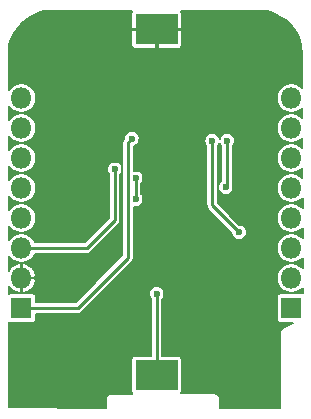
<source format=gtl>
%TF.GenerationSoftware,KiCad,Pcbnew,(5.1.7)-1*%
%TF.CreationDate,2021-01-11T00:33:50-05:00*%
%TF.ProjectId,d1_mini_clock,64315f6d-696e-4695-9f63-6c6f636b2e6b,rev?*%
%TF.SameCoordinates,Original*%
%TF.FileFunction,Copper,L1,Top*%
%TF.FilePolarity,Positive*%
%FSLAX46Y46*%
G04 Gerber Fmt 4.6, Leading zero omitted, Abs format (unit mm)*
G04 Created by KiCad (PCBNEW (5.1.7)-1) date 2021-01-11 00:33:51*
%MOMM*%
%LPD*%
G01*
G04 APERTURE LIST*
%TA.AperFunction,ComponentPad*%
%ADD10R,1.800000X1.800000*%
%TD*%
%TA.AperFunction,ComponentPad*%
%ADD11O,1.800000X1.800000*%
%TD*%
%TA.AperFunction,SMDPad,CuDef*%
%ADD12R,3.600000X2.600000*%
%TD*%
%TA.AperFunction,ViaPad*%
%ADD13C,0.600000*%
%TD*%
%TA.AperFunction,Conductor*%
%ADD14C,0.250000*%
%TD*%
%TA.AperFunction,Conductor*%
%ADD15C,0.203200*%
%TD*%
%TA.AperFunction,Conductor*%
%ADD16C,0.100000*%
%TD*%
G04 APERTURE END LIST*
D10*
%TO.P,P1,1*%
%TO.N,VCC*%
X127490000Y-103950000D03*
D11*
%TO.P,P1,2*%
%TO.N,GND*%
X127490000Y-101410000D03*
%TO.P,P1,3*%
%TO.N,/D4*%
X127490000Y-98870000D03*
%TO.P,P1,4*%
%TO.N,N/C*%
X127490000Y-96330000D03*
%TO.P,P1,5*%
%TO.N,/SDA*%
X127490000Y-93790000D03*
%TO.P,P1,6*%
%TO.N,/SCL*%
X127490000Y-91250000D03*
%TO.P,P1,7*%
%TO.N,N/C*%
X127490000Y-88710000D03*
%TO.P,P1,8*%
X127490000Y-86170000D03*
%TD*%
D10*
%TO.P,P2,1*%
%TO.N,/+3.3V*%
X150350000Y-103950000D03*
D11*
%TO.P,P2,2*%
%TO.N,N/C*%
X150350000Y-101410000D03*
%TO.P,P2,3*%
X150350000Y-98870000D03*
%TO.P,P2,4*%
X150350000Y-96330000D03*
%TO.P,P2,5*%
X150350000Y-93790000D03*
%TO.P,P2,6*%
X150350000Y-91250000D03*
%TO.P,P2,7*%
X150350000Y-88710000D03*
%TO.P,P2,8*%
X150350000Y-86170000D03*
%TD*%
D12*
%TO.P,BT1,2*%
%TO.N,GND*%
X138938000Y-80346000D03*
%TO.P,BT1,1*%
%TO.N,Net-(BT1-Pad1)*%
X138938000Y-109646000D03*
%TD*%
D13*
%TO.N,/D4*%
X135382000Y-92202004D03*
%TO.N,/+3.3V*%
X143637000Y-89789000D03*
X145923000Y-97536000D03*
%TO.N,GND*%
X138938000Y-82931000D03*
X135382000Y-90424000D03*
X138049000Y-86360000D03*
X142875000Y-85344000D03*
X131953000Y-102108000D03*
X145923000Y-102108000D03*
%TO.N,Net-(BT1-Pad1)*%
X138938000Y-102743000D03*
%TO.N,VCC*%
X136840000Y-89601000D03*
%TO.N,/SDA*%
X144780000Y-93726000D03*
X144907000Y-89789000D03*
%TO.N,/SCL*%
X137160000Y-94742000D03*
X137160000Y-92963996D03*
%TD*%
D14*
%TO.N,/D4*%
X133032000Y-98870000D02*
X135382000Y-96520000D01*
X135382000Y-96520000D02*
X135382000Y-92202004D01*
X127490000Y-98870000D02*
X133032000Y-98870000D01*
%TO.N,/+3.3V*%
X143637000Y-89789000D02*
X143637000Y-95250000D01*
X143637000Y-95250000D02*
X145923000Y-97536000D01*
%TO.N,GND*%
X138938000Y-80346000D02*
X138938000Y-82931000D01*
%TO.N,Net-(BT1-Pad1)*%
X138938000Y-102743000D02*
X138938000Y-109646000D01*
%TO.N,VCC*%
X127490000Y-103950000D02*
X132270000Y-103950000D01*
X132270000Y-103950000D02*
X136525000Y-99695000D01*
X136525000Y-89916000D02*
X136840000Y-89601000D01*
X136525000Y-99695000D02*
X136525000Y-89916000D01*
%TO.N,/SDA*%
X144907000Y-93599000D02*
X144907000Y-89789000D01*
X144780000Y-93726000D02*
X144907000Y-93599000D01*
%TO.N,/SCL*%
X137160000Y-94742000D02*
X137160000Y-92963996D01*
%TD*%
D15*
%TO.N,GND*%
X148819535Y-79005282D02*
X149369293Y-79271177D01*
X149865944Y-79590607D01*
X150300623Y-79975126D01*
X150667298Y-80439535D01*
X150959756Y-81003730D01*
X151167545Y-81690753D01*
X151275508Y-82524570D01*
X151278603Y-85322917D01*
X151150398Y-85194712D01*
X150944749Y-85057302D01*
X150716245Y-84962652D01*
X150473666Y-84914400D01*
X150226334Y-84914400D01*
X149983755Y-84962652D01*
X149755251Y-85057302D01*
X149549602Y-85194712D01*
X149374712Y-85369602D01*
X149237302Y-85575251D01*
X149142652Y-85803755D01*
X149094400Y-86046334D01*
X149094400Y-86293666D01*
X149142652Y-86536245D01*
X149237302Y-86764749D01*
X149374712Y-86970398D01*
X149549602Y-87145288D01*
X149755251Y-87282698D01*
X149983755Y-87377348D01*
X150226334Y-87425600D01*
X150473666Y-87425600D01*
X150716245Y-87377348D01*
X150944749Y-87282698D01*
X151150398Y-87145288D01*
X151280475Y-87015211D01*
X151281416Y-87865730D01*
X151150398Y-87734712D01*
X150944749Y-87597302D01*
X150716245Y-87502652D01*
X150473666Y-87454400D01*
X150226334Y-87454400D01*
X149983755Y-87502652D01*
X149755251Y-87597302D01*
X149549602Y-87734712D01*
X149374712Y-87909602D01*
X149237302Y-88115251D01*
X149142652Y-88343755D01*
X149094400Y-88586334D01*
X149094400Y-88833666D01*
X149142652Y-89076245D01*
X149237302Y-89304749D01*
X149374712Y-89510398D01*
X149549602Y-89685288D01*
X149755251Y-89822698D01*
X149983755Y-89917348D01*
X150226334Y-89965600D01*
X150473666Y-89965600D01*
X150716245Y-89917348D01*
X150944749Y-89822698D01*
X151150398Y-89685288D01*
X151283281Y-89552405D01*
X151284228Y-90408542D01*
X151150398Y-90274712D01*
X150944749Y-90137302D01*
X150716245Y-90042652D01*
X150473666Y-89994400D01*
X150226334Y-89994400D01*
X149983755Y-90042652D01*
X149755251Y-90137302D01*
X149549602Y-90274712D01*
X149374712Y-90449602D01*
X149237302Y-90655251D01*
X149142652Y-90883755D01*
X149094400Y-91126334D01*
X149094400Y-91373666D01*
X149142652Y-91616245D01*
X149237302Y-91844749D01*
X149374712Y-92050398D01*
X149549602Y-92225288D01*
X149755251Y-92362698D01*
X149983755Y-92457348D01*
X150226334Y-92505600D01*
X150473666Y-92505600D01*
X150716245Y-92457348D01*
X150944749Y-92362698D01*
X151150398Y-92225288D01*
X151286087Y-92089599D01*
X151287041Y-92951355D01*
X151150398Y-92814712D01*
X150944749Y-92677302D01*
X150716245Y-92582652D01*
X150473666Y-92534400D01*
X150226334Y-92534400D01*
X149983755Y-92582652D01*
X149755251Y-92677302D01*
X149549602Y-92814712D01*
X149374712Y-92989602D01*
X149237302Y-93195251D01*
X149142652Y-93423755D01*
X149094400Y-93666334D01*
X149094400Y-93913666D01*
X149142652Y-94156245D01*
X149237302Y-94384749D01*
X149374712Y-94590398D01*
X149549602Y-94765288D01*
X149755251Y-94902698D01*
X149983755Y-94997348D01*
X150226334Y-95045600D01*
X150473666Y-95045600D01*
X150716245Y-94997348D01*
X150944749Y-94902698D01*
X151150398Y-94765288D01*
X151288894Y-94626792D01*
X151289853Y-95494167D01*
X151150398Y-95354712D01*
X150944749Y-95217302D01*
X150716245Y-95122652D01*
X150473666Y-95074400D01*
X150226334Y-95074400D01*
X149983755Y-95122652D01*
X149755251Y-95217302D01*
X149549602Y-95354712D01*
X149374712Y-95529602D01*
X149237302Y-95735251D01*
X149142652Y-95963755D01*
X149094400Y-96206334D01*
X149094400Y-96453666D01*
X149142652Y-96696245D01*
X149237302Y-96924749D01*
X149374712Y-97130398D01*
X149549602Y-97305288D01*
X149755251Y-97442698D01*
X149983755Y-97537348D01*
X150226334Y-97585600D01*
X150473666Y-97585600D01*
X150716245Y-97537348D01*
X150944749Y-97442698D01*
X151150398Y-97305288D01*
X151291700Y-97163986D01*
X151292666Y-98036980D01*
X151150398Y-97894712D01*
X150944749Y-97757302D01*
X150716245Y-97662652D01*
X150473666Y-97614400D01*
X150226334Y-97614400D01*
X149983755Y-97662652D01*
X149755251Y-97757302D01*
X149549602Y-97894712D01*
X149374712Y-98069602D01*
X149237302Y-98275251D01*
X149142652Y-98503755D01*
X149094400Y-98746334D01*
X149094400Y-98993666D01*
X149142652Y-99236245D01*
X149237302Y-99464749D01*
X149374712Y-99670398D01*
X149549602Y-99845288D01*
X149755251Y-99982698D01*
X149983755Y-100077348D01*
X150226334Y-100125600D01*
X150473666Y-100125600D01*
X150716245Y-100077348D01*
X150944749Y-99982698D01*
X151150398Y-99845288D01*
X151294507Y-99701179D01*
X151295478Y-100579792D01*
X151150398Y-100434712D01*
X150944749Y-100297302D01*
X150716245Y-100202652D01*
X150473666Y-100154400D01*
X150226334Y-100154400D01*
X149983755Y-100202652D01*
X149755251Y-100297302D01*
X149549602Y-100434712D01*
X149374712Y-100609602D01*
X149237302Y-100815251D01*
X149142652Y-101043755D01*
X149094400Y-101286334D01*
X149094400Y-101533666D01*
X149142652Y-101776245D01*
X149237302Y-102004749D01*
X149374712Y-102210398D01*
X149549602Y-102385288D01*
X149755251Y-102522698D01*
X149983755Y-102617348D01*
X150226334Y-102665600D01*
X150473666Y-102665600D01*
X150716245Y-102617348D01*
X150944749Y-102522698D01*
X151150398Y-102385288D01*
X151297313Y-102238373D01*
X151297821Y-102697390D01*
X151250000Y-102692680D01*
X149450000Y-102692680D01*
X149380290Y-102699546D01*
X149313260Y-102719879D01*
X149251484Y-102752899D01*
X149197337Y-102797337D01*
X149152899Y-102851484D01*
X149119879Y-102913260D01*
X149099546Y-102980290D01*
X149092680Y-103050000D01*
X149092680Y-104850000D01*
X149099546Y-104919710D01*
X149119879Y-104986740D01*
X149152899Y-105048516D01*
X149197337Y-105102663D01*
X149251484Y-105147101D01*
X149313260Y-105180121D01*
X149380290Y-105200454D01*
X149450000Y-105207320D01*
X150479298Y-105207320D01*
X149611699Y-105636264D01*
X149604434Y-105638512D01*
X149575984Y-105653922D01*
X149564863Y-105659420D01*
X149558426Y-105663432D01*
X149534181Y-105676564D01*
X149524607Y-105684510D01*
X149514046Y-105691092D01*
X149493937Y-105709965D01*
X149472701Y-105727589D01*
X149464857Y-105737255D01*
X149455788Y-105745767D01*
X149439742Y-105768208D01*
X149422359Y-105789630D01*
X149416555Y-105800634D01*
X149409316Y-105810758D01*
X149397953Y-105835904D01*
X149385086Y-105860299D01*
X149381541Y-105872221D01*
X149376415Y-105883565D01*
X149370177Y-105910444D01*
X149362316Y-105936882D01*
X149361165Y-105949274D01*
X149358352Y-105961393D01*
X149357477Y-105988963D01*
X149356777Y-105996503D01*
X149356845Y-106008887D01*
X149355819Y-106041248D01*
X149357066Y-106048753D01*
X149392152Y-112394400D01*
X144308898Y-112394400D01*
X144315289Y-111605201D01*
X144317411Y-111583487D01*
X144313637Y-111545466D01*
X144310210Y-111507524D01*
X144309700Y-111505791D01*
X144309520Y-111503982D01*
X144298384Y-111467372D01*
X144287637Y-111430883D01*
X144286798Y-111429283D01*
X144286269Y-111427543D01*
X144268229Y-111393856D01*
X144250546Y-111360118D01*
X144249408Y-111358708D01*
X144248552Y-111357110D01*
X144224301Y-111327604D01*
X144200363Y-111297949D01*
X144198975Y-111296791D01*
X144197821Y-111295387D01*
X144168258Y-111271163D01*
X144139014Y-111246765D01*
X144137424Y-111245898D01*
X144136021Y-111244749D01*
X144102322Y-111226769D01*
X144068860Y-111208533D01*
X144067133Y-111207994D01*
X144065531Y-111207139D01*
X144028980Y-111196082D01*
X143992594Y-111184721D01*
X143990792Y-111184529D01*
X143989057Y-111184004D01*
X143951115Y-111180297D01*
X143913149Y-111176247D01*
X143891418Y-111178210D01*
X141005655Y-111180395D01*
X141035101Y-111144516D01*
X141068121Y-111082740D01*
X141088454Y-111015710D01*
X141095320Y-110946000D01*
X141095320Y-108346000D01*
X141088454Y-108276290D01*
X141068121Y-108209260D01*
X141035101Y-108147484D01*
X140990663Y-108093337D01*
X140936516Y-108048899D01*
X140874740Y-108015879D01*
X140807710Y-107995546D01*
X140738000Y-107988680D01*
X139418600Y-107988680D01*
X139418600Y-103189559D01*
X139447238Y-103160921D01*
X139518985Y-103053543D01*
X139568405Y-102934231D01*
X139593600Y-102807571D01*
X139593600Y-102678429D01*
X139568405Y-102551769D01*
X139518985Y-102432457D01*
X139447238Y-102325079D01*
X139355921Y-102233762D01*
X139248543Y-102162015D01*
X139129231Y-102112595D01*
X139002571Y-102087400D01*
X138873429Y-102087400D01*
X138746769Y-102112595D01*
X138627457Y-102162015D01*
X138520079Y-102233762D01*
X138428762Y-102325079D01*
X138357015Y-102432457D01*
X138307595Y-102551769D01*
X138282400Y-102678429D01*
X138282400Y-102807571D01*
X138307595Y-102934231D01*
X138357015Y-103053543D01*
X138428762Y-103160921D01*
X138457400Y-103189559D01*
X138457401Y-107988680D01*
X137138000Y-107988680D01*
X137068290Y-107995546D01*
X137001260Y-108015879D01*
X136939484Y-108048899D01*
X136885337Y-108093337D01*
X136840899Y-108147484D01*
X136807879Y-108209260D01*
X136787546Y-108276290D01*
X136780680Y-108346000D01*
X136780680Y-110946000D01*
X136787546Y-111015710D01*
X136807879Y-111082740D01*
X136840899Y-111144516D01*
X136872913Y-111183525D01*
X135098065Y-111184869D01*
X135077958Y-111182922D01*
X135038296Y-111186894D01*
X134998814Y-111190813D01*
X134998640Y-111190866D01*
X134998460Y-111190884D01*
X134960267Y-111202538D01*
X134922375Y-111214064D01*
X134922217Y-111214149D01*
X134922042Y-111214202D01*
X134886858Y-111233083D01*
X134851942Y-111251780D01*
X134851802Y-111251895D01*
X134851642Y-111251981D01*
X134821081Y-111277146D01*
X134790219Y-111302512D01*
X134790103Y-111302653D01*
X134789964Y-111302768D01*
X134765059Y-111333217D01*
X134739581Y-111364311D01*
X134739494Y-111364473D01*
X134739381Y-111364612D01*
X134721027Y-111399087D01*
X134701971Y-111434802D01*
X134701917Y-111434980D01*
X134701834Y-111435136D01*
X134690526Y-111472632D01*
X134678836Y-111511275D01*
X134678818Y-111511457D01*
X134678766Y-111511630D01*
X134674906Y-111551498D01*
X134671066Y-111590791D01*
X134673060Y-111610883D01*
X134674334Y-112385968D01*
X126405589Y-112362222D01*
X126408824Y-105156370D01*
X126453260Y-105180121D01*
X126520290Y-105200454D01*
X126590000Y-105207320D01*
X128390000Y-105207320D01*
X128459710Y-105200454D01*
X128526740Y-105180121D01*
X128588516Y-105147101D01*
X128642663Y-105102663D01*
X128687101Y-105048516D01*
X128720121Y-104986740D01*
X128740454Y-104919710D01*
X128747320Y-104850000D01*
X128747320Y-104430600D01*
X132246396Y-104430600D01*
X132270000Y-104432925D01*
X132293604Y-104430600D01*
X132293607Y-104430600D01*
X132364214Y-104423646D01*
X132454807Y-104396165D01*
X132538299Y-104351537D01*
X132611480Y-104291480D01*
X132626535Y-104273135D01*
X136848140Y-100051531D01*
X136866480Y-100036480D01*
X136926537Y-99963299D01*
X136971165Y-99879807D01*
X136998646Y-99789214D01*
X137005600Y-99718607D01*
X137005600Y-99718604D01*
X137007925Y-99695000D01*
X137005600Y-99671396D01*
X137005600Y-95379731D01*
X137095429Y-95397600D01*
X137224571Y-95397600D01*
X137351231Y-95372405D01*
X137470543Y-95322985D01*
X137577921Y-95251238D01*
X137669238Y-95159921D01*
X137740985Y-95052543D01*
X137790405Y-94933231D01*
X137815600Y-94806571D01*
X137815600Y-94677429D01*
X137790405Y-94550769D01*
X137740985Y-94431457D01*
X137669238Y-94324079D01*
X137640600Y-94295441D01*
X137640600Y-93410555D01*
X137669238Y-93381917D01*
X137740985Y-93274539D01*
X137790405Y-93155227D01*
X137815600Y-93028567D01*
X137815600Y-92899425D01*
X137790405Y-92772765D01*
X137740985Y-92653453D01*
X137669238Y-92546075D01*
X137577921Y-92454758D01*
X137470543Y-92383011D01*
X137351231Y-92333591D01*
X137224571Y-92308396D01*
X137095429Y-92308396D01*
X137005600Y-92326265D01*
X137005600Y-90236503D01*
X137031231Y-90231405D01*
X137150543Y-90181985D01*
X137257921Y-90110238D01*
X137349238Y-90018921D01*
X137420985Y-89911543D01*
X137470405Y-89792231D01*
X137483892Y-89724429D01*
X142981400Y-89724429D01*
X142981400Y-89853571D01*
X143006595Y-89980231D01*
X143056015Y-90099543D01*
X143127762Y-90206921D01*
X143156400Y-90235559D01*
X143156401Y-95226386D01*
X143154075Y-95250000D01*
X143163355Y-95344213D01*
X143190836Y-95434808D01*
X143235463Y-95518298D01*
X143235464Y-95518299D01*
X143295521Y-95591480D01*
X143313861Y-95606531D01*
X145267400Y-97560071D01*
X145267400Y-97600571D01*
X145292595Y-97727231D01*
X145342015Y-97846543D01*
X145413762Y-97953921D01*
X145505079Y-98045238D01*
X145612457Y-98116985D01*
X145731769Y-98166405D01*
X145858429Y-98191600D01*
X145987571Y-98191600D01*
X146114231Y-98166405D01*
X146233543Y-98116985D01*
X146340921Y-98045238D01*
X146432238Y-97953921D01*
X146503985Y-97846543D01*
X146553405Y-97727231D01*
X146578600Y-97600571D01*
X146578600Y-97471429D01*
X146553405Y-97344769D01*
X146503985Y-97225457D01*
X146432238Y-97118079D01*
X146340921Y-97026762D01*
X146233543Y-96955015D01*
X146114231Y-96905595D01*
X145987571Y-96880400D01*
X145947071Y-96880400D01*
X144117600Y-95050930D01*
X144117600Y-90235559D01*
X144146238Y-90206921D01*
X144217985Y-90099543D01*
X144267405Y-89980231D01*
X144272000Y-89957131D01*
X144276595Y-89980231D01*
X144326015Y-90099543D01*
X144397762Y-90206921D01*
X144426401Y-90235560D01*
X144426400Y-93173784D01*
X144362079Y-93216762D01*
X144270762Y-93308079D01*
X144199015Y-93415457D01*
X144149595Y-93534769D01*
X144124400Y-93661429D01*
X144124400Y-93790571D01*
X144149595Y-93917231D01*
X144199015Y-94036543D01*
X144270762Y-94143921D01*
X144362079Y-94235238D01*
X144469457Y-94306985D01*
X144588769Y-94356405D01*
X144715429Y-94381600D01*
X144844571Y-94381600D01*
X144971231Y-94356405D01*
X145090543Y-94306985D01*
X145197921Y-94235238D01*
X145289238Y-94143921D01*
X145360985Y-94036543D01*
X145410405Y-93917231D01*
X145435600Y-93790571D01*
X145435600Y-93661429D01*
X145410405Y-93534769D01*
X145387600Y-93479712D01*
X145387600Y-90235559D01*
X145416238Y-90206921D01*
X145487985Y-90099543D01*
X145537405Y-89980231D01*
X145562600Y-89853571D01*
X145562600Y-89724429D01*
X145537405Y-89597769D01*
X145487985Y-89478457D01*
X145416238Y-89371079D01*
X145324921Y-89279762D01*
X145217543Y-89208015D01*
X145098231Y-89158595D01*
X144971571Y-89133400D01*
X144842429Y-89133400D01*
X144715769Y-89158595D01*
X144596457Y-89208015D01*
X144489079Y-89279762D01*
X144397762Y-89371079D01*
X144326015Y-89478457D01*
X144276595Y-89597769D01*
X144272000Y-89620869D01*
X144267405Y-89597769D01*
X144217985Y-89478457D01*
X144146238Y-89371079D01*
X144054921Y-89279762D01*
X143947543Y-89208015D01*
X143828231Y-89158595D01*
X143701571Y-89133400D01*
X143572429Y-89133400D01*
X143445769Y-89158595D01*
X143326457Y-89208015D01*
X143219079Y-89279762D01*
X143127762Y-89371079D01*
X143056015Y-89478457D01*
X143006595Y-89597769D01*
X142981400Y-89724429D01*
X137483892Y-89724429D01*
X137495600Y-89665571D01*
X137495600Y-89536429D01*
X137470405Y-89409769D01*
X137420985Y-89290457D01*
X137349238Y-89183079D01*
X137257921Y-89091762D01*
X137150543Y-89020015D01*
X137031231Y-88970595D01*
X136904571Y-88945400D01*
X136775429Y-88945400D01*
X136648769Y-88970595D01*
X136529457Y-89020015D01*
X136422079Y-89091762D01*
X136330762Y-89183079D01*
X136259015Y-89290457D01*
X136209595Y-89409769D01*
X136184400Y-89536429D01*
X136184400Y-89573799D01*
X136183521Y-89574520D01*
X136159169Y-89604194D01*
X136123463Y-89647702D01*
X136078836Y-89731192D01*
X136078836Y-89731193D01*
X136062269Y-89785809D01*
X136051355Y-89821787D01*
X136042075Y-89916000D01*
X136044401Y-89939614D01*
X136044400Y-99495929D01*
X132070930Y-103469400D01*
X128747320Y-103469400D01*
X128747320Y-103050000D01*
X128740454Y-102980290D01*
X128720121Y-102913260D01*
X128687101Y-102851484D01*
X128642663Y-102797337D01*
X128588516Y-102752899D01*
X128526740Y-102719879D01*
X128459710Y-102699546D01*
X128390000Y-102692680D01*
X126590000Y-102692680D01*
X126520290Y-102699546D01*
X126453260Y-102719879D01*
X126409908Y-102743051D01*
X126410224Y-102039256D01*
X126459476Y-102127324D01*
X126619220Y-102314586D01*
X126812428Y-102467085D01*
X127031674Y-102578961D01*
X127268534Y-102645915D01*
X127464600Y-102576444D01*
X127464600Y-101435400D01*
X127515400Y-101435400D01*
X127515400Y-102576444D01*
X127711466Y-102645915D01*
X127948326Y-102578961D01*
X128167572Y-102467085D01*
X128360780Y-102314586D01*
X128520524Y-102127324D01*
X128640666Y-101912496D01*
X128716588Y-101678357D01*
X128725914Y-101631466D01*
X128656423Y-101435400D01*
X127515400Y-101435400D01*
X127464600Y-101435400D01*
X127444600Y-101435400D01*
X127444600Y-101384600D01*
X127464600Y-101384600D01*
X127464600Y-100243556D01*
X127515400Y-100243556D01*
X127515400Y-101384600D01*
X128656423Y-101384600D01*
X128725914Y-101188534D01*
X128716588Y-101141643D01*
X128640666Y-100907504D01*
X128520524Y-100692676D01*
X128360780Y-100505414D01*
X128167572Y-100352915D01*
X127948326Y-100241039D01*
X127711466Y-100174085D01*
X127515400Y-100243556D01*
X127464600Y-100243556D01*
X127268534Y-100174085D01*
X127031674Y-100241039D01*
X126812428Y-100352915D01*
X126619220Y-100505414D01*
X126459476Y-100692676D01*
X126410790Y-100779733D01*
X126411357Y-99515717D01*
X126514712Y-99670398D01*
X126689602Y-99845288D01*
X126895251Y-99982698D01*
X127123755Y-100077348D01*
X127366334Y-100125600D01*
X127613666Y-100125600D01*
X127856245Y-100077348D01*
X128084749Y-99982698D01*
X128290398Y-99845288D01*
X128465288Y-99670398D01*
X128602698Y-99464749D01*
X128649980Y-99350600D01*
X133008396Y-99350600D01*
X133032000Y-99352925D01*
X133055604Y-99350600D01*
X133055607Y-99350600D01*
X133126214Y-99343646D01*
X133216807Y-99316165D01*
X133300299Y-99271537D01*
X133373480Y-99211480D01*
X133388535Y-99193135D01*
X135705140Y-96876531D01*
X135723480Y-96861480D01*
X135783537Y-96788299D01*
X135828165Y-96704807D01*
X135855646Y-96614214D01*
X135862600Y-96543607D01*
X135862600Y-96543604D01*
X135864925Y-96520000D01*
X135862600Y-96496396D01*
X135862600Y-92648563D01*
X135891238Y-92619925D01*
X135962985Y-92512547D01*
X136012405Y-92393235D01*
X136037600Y-92266575D01*
X136037600Y-92137433D01*
X136012405Y-92010773D01*
X135962985Y-91891461D01*
X135891238Y-91784083D01*
X135799921Y-91692766D01*
X135692543Y-91621019D01*
X135573231Y-91571599D01*
X135446571Y-91546404D01*
X135317429Y-91546404D01*
X135190769Y-91571599D01*
X135071457Y-91621019D01*
X134964079Y-91692766D01*
X134872762Y-91784083D01*
X134801015Y-91891461D01*
X134751595Y-92010773D01*
X134726400Y-92137433D01*
X134726400Y-92266575D01*
X134751595Y-92393235D01*
X134801015Y-92512547D01*
X134872762Y-92619925D01*
X134901401Y-92648564D01*
X134901400Y-96320929D01*
X132832930Y-98389400D01*
X128649980Y-98389400D01*
X128602698Y-98275251D01*
X128465288Y-98069602D01*
X128290398Y-97894712D01*
X128084749Y-97757302D01*
X127856245Y-97662652D01*
X127613666Y-97614400D01*
X127366334Y-97614400D01*
X127123755Y-97662652D01*
X126895251Y-97757302D01*
X126689602Y-97894712D01*
X126514712Y-98069602D01*
X126411938Y-98223415D01*
X126412497Y-96977423D01*
X126514712Y-97130398D01*
X126689602Y-97305288D01*
X126895251Y-97442698D01*
X127123755Y-97537348D01*
X127366334Y-97585600D01*
X127613666Y-97585600D01*
X127856245Y-97537348D01*
X128084749Y-97442698D01*
X128290398Y-97305288D01*
X128465288Y-97130398D01*
X128602698Y-96924749D01*
X128697348Y-96696245D01*
X128745600Y-96453666D01*
X128745600Y-96206334D01*
X128697348Y-95963755D01*
X128602698Y-95735251D01*
X128465288Y-95529602D01*
X128290398Y-95354712D01*
X128084749Y-95217302D01*
X127856245Y-95122652D01*
X127613666Y-95074400D01*
X127366334Y-95074400D01*
X127123755Y-95122652D01*
X126895251Y-95217302D01*
X126689602Y-95354712D01*
X126514712Y-95529602D01*
X126413079Y-95681707D01*
X126413637Y-94439128D01*
X126514712Y-94590398D01*
X126689602Y-94765288D01*
X126895251Y-94902698D01*
X127123755Y-94997348D01*
X127366334Y-95045600D01*
X127613666Y-95045600D01*
X127856245Y-94997348D01*
X128084749Y-94902698D01*
X128290398Y-94765288D01*
X128465288Y-94590398D01*
X128602698Y-94384749D01*
X128697348Y-94156245D01*
X128745600Y-93913666D01*
X128745600Y-93666334D01*
X128697348Y-93423755D01*
X128602698Y-93195251D01*
X128465288Y-92989602D01*
X128290398Y-92814712D01*
X128084749Y-92677302D01*
X127856245Y-92582652D01*
X127613666Y-92534400D01*
X127366334Y-92534400D01*
X127123755Y-92582652D01*
X126895251Y-92677302D01*
X126689602Y-92814712D01*
X126514712Y-92989602D01*
X126414220Y-93139998D01*
X126414777Y-91900834D01*
X126514712Y-92050398D01*
X126689602Y-92225288D01*
X126895251Y-92362698D01*
X127123755Y-92457348D01*
X127366334Y-92505600D01*
X127613666Y-92505600D01*
X127856245Y-92457348D01*
X128084749Y-92362698D01*
X128290398Y-92225288D01*
X128465288Y-92050398D01*
X128602698Y-91844749D01*
X128697348Y-91616245D01*
X128745600Y-91373666D01*
X128745600Y-91126334D01*
X128697348Y-90883755D01*
X128602698Y-90655251D01*
X128465288Y-90449602D01*
X128290398Y-90274712D01*
X128084749Y-90137302D01*
X127856245Y-90042652D01*
X127613666Y-89994400D01*
X127366334Y-89994400D01*
X127123755Y-90042652D01*
X126895251Y-90137302D01*
X126689602Y-90274712D01*
X126514712Y-90449602D01*
X126415362Y-90598290D01*
X126415917Y-89362540D01*
X126514712Y-89510398D01*
X126689602Y-89685288D01*
X126895251Y-89822698D01*
X127123755Y-89917348D01*
X127366334Y-89965600D01*
X127613666Y-89965600D01*
X127856245Y-89917348D01*
X128084749Y-89822698D01*
X128290398Y-89685288D01*
X128465288Y-89510398D01*
X128602698Y-89304749D01*
X128697348Y-89076245D01*
X128745600Y-88833666D01*
X128745600Y-88586334D01*
X128697348Y-88343755D01*
X128602698Y-88115251D01*
X128465288Y-87909602D01*
X128290398Y-87734712D01*
X128084749Y-87597302D01*
X127856245Y-87502652D01*
X127613666Y-87454400D01*
X127366334Y-87454400D01*
X127123755Y-87502652D01*
X126895251Y-87597302D01*
X126689602Y-87734712D01*
X126514712Y-87909602D01*
X126416503Y-88056582D01*
X126417057Y-86824246D01*
X126514712Y-86970398D01*
X126689602Y-87145288D01*
X126895251Y-87282698D01*
X127123755Y-87377348D01*
X127366334Y-87425600D01*
X127613666Y-87425600D01*
X127856245Y-87377348D01*
X128084749Y-87282698D01*
X128290398Y-87145288D01*
X128465288Y-86970398D01*
X128602698Y-86764749D01*
X128697348Y-86536245D01*
X128745600Y-86293666D01*
X128745600Y-86046334D01*
X128697348Y-85803755D01*
X128602698Y-85575251D01*
X128465288Y-85369602D01*
X128290398Y-85194712D01*
X128084749Y-85057302D01*
X127856245Y-84962652D01*
X127613666Y-84914400D01*
X127366334Y-84914400D01*
X127123755Y-84962652D01*
X126895251Y-85057302D01*
X126689602Y-85194712D01*
X126514712Y-85369602D01*
X126417645Y-85514874D01*
X126419370Y-81672198D01*
X126429488Y-81646000D01*
X136780679Y-81646000D01*
X136787545Y-81715710D01*
X136807878Y-81782741D01*
X136840898Y-81844517D01*
X136885336Y-81898664D01*
X136939483Y-81943102D01*
X137001259Y-81976122D01*
X137068290Y-81996455D01*
X137138000Y-82003321D01*
X138823700Y-82001600D01*
X138912600Y-81912700D01*
X138912600Y-80371400D01*
X138963400Y-80371400D01*
X138963400Y-81912700D01*
X139052300Y-82001600D01*
X140738000Y-82003321D01*
X140807710Y-81996455D01*
X140874741Y-81976122D01*
X140936517Y-81943102D01*
X140990664Y-81898664D01*
X141035102Y-81844517D01*
X141068122Y-81782741D01*
X141088455Y-81715710D01*
X141095321Y-81646000D01*
X141093600Y-80460300D01*
X141004700Y-80371400D01*
X138963400Y-80371400D01*
X138912600Y-80371400D01*
X136871300Y-80371400D01*
X136782400Y-80460300D01*
X136780679Y-81646000D01*
X126429488Y-81646000D01*
X126616848Y-81160892D01*
X126878400Y-80658166D01*
X127183669Y-80214459D01*
X127533170Y-79827796D01*
X127928632Y-79496061D01*
X128372880Y-79217759D01*
X128869260Y-78992519D01*
X129384384Y-78832530D01*
X136862440Y-78821234D01*
X136840898Y-78847483D01*
X136807878Y-78909259D01*
X136787545Y-78976290D01*
X136780679Y-79046000D01*
X136782400Y-80231700D01*
X136871300Y-80320600D01*
X138912600Y-80320600D01*
X138912600Y-80300600D01*
X138963400Y-80300600D01*
X138963400Y-80320600D01*
X141004700Y-80320600D01*
X141093600Y-80231700D01*
X141095321Y-79046000D01*
X141088455Y-78976290D01*
X141068122Y-78909259D01*
X141035102Y-78847483D01*
X141008420Y-78814972D01*
X148286695Y-78803977D01*
X148819535Y-79005282D01*
%TA.AperFunction,Conductor*%
D16*
G36*
X148819535Y-79005282D02*
G01*
X149369293Y-79271177D01*
X149865944Y-79590607D01*
X150300623Y-79975126D01*
X150667298Y-80439535D01*
X150959756Y-81003730D01*
X151167545Y-81690753D01*
X151275508Y-82524570D01*
X151278603Y-85322917D01*
X151150398Y-85194712D01*
X150944749Y-85057302D01*
X150716245Y-84962652D01*
X150473666Y-84914400D01*
X150226334Y-84914400D01*
X149983755Y-84962652D01*
X149755251Y-85057302D01*
X149549602Y-85194712D01*
X149374712Y-85369602D01*
X149237302Y-85575251D01*
X149142652Y-85803755D01*
X149094400Y-86046334D01*
X149094400Y-86293666D01*
X149142652Y-86536245D01*
X149237302Y-86764749D01*
X149374712Y-86970398D01*
X149549602Y-87145288D01*
X149755251Y-87282698D01*
X149983755Y-87377348D01*
X150226334Y-87425600D01*
X150473666Y-87425600D01*
X150716245Y-87377348D01*
X150944749Y-87282698D01*
X151150398Y-87145288D01*
X151280475Y-87015211D01*
X151281416Y-87865730D01*
X151150398Y-87734712D01*
X150944749Y-87597302D01*
X150716245Y-87502652D01*
X150473666Y-87454400D01*
X150226334Y-87454400D01*
X149983755Y-87502652D01*
X149755251Y-87597302D01*
X149549602Y-87734712D01*
X149374712Y-87909602D01*
X149237302Y-88115251D01*
X149142652Y-88343755D01*
X149094400Y-88586334D01*
X149094400Y-88833666D01*
X149142652Y-89076245D01*
X149237302Y-89304749D01*
X149374712Y-89510398D01*
X149549602Y-89685288D01*
X149755251Y-89822698D01*
X149983755Y-89917348D01*
X150226334Y-89965600D01*
X150473666Y-89965600D01*
X150716245Y-89917348D01*
X150944749Y-89822698D01*
X151150398Y-89685288D01*
X151283281Y-89552405D01*
X151284228Y-90408542D01*
X151150398Y-90274712D01*
X150944749Y-90137302D01*
X150716245Y-90042652D01*
X150473666Y-89994400D01*
X150226334Y-89994400D01*
X149983755Y-90042652D01*
X149755251Y-90137302D01*
X149549602Y-90274712D01*
X149374712Y-90449602D01*
X149237302Y-90655251D01*
X149142652Y-90883755D01*
X149094400Y-91126334D01*
X149094400Y-91373666D01*
X149142652Y-91616245D01*
X149237302Y-91844749D01*
X149374712Y-92050398D01*
X149549602Y-92225288D01*
X149755251Y-92362698D01*
X149983755Y-92457348D01*
X150226334Y-92505600D01*
X150473666Y-92505600D01*
X150716245Y-92457348D01*
X150944749Y-92362698D01*
X151150398Y-92225288D01*
X151286087Y-92089599D01*
X151287041Y-92951355D01*
X151150398Y-92814712D01*
X150944749Y-92677302D01*
X150716245Y-92582652D01*
X150473666Y-92534400D01*
X150226334Y-92534400D01*
X149983755Y-92582652D01*
X149755251Y-92677302D01*
X149549602Y-92814712D01*
X149374712Y-92989602D01*
X149237302Y-93195251D01*
X149142652Y-93423755D01*
X149094400Y-93666334D01*
X149094400Y-93913666D01*
X149142652Y-94156245D01*
X149237302Y-94384749D01*
X149374712Y-94590398D01*
X149549602Y-94765288D01*
X149755251Y-94902698D01*
X149983755Y-94997348D01*
X150226334Y-95045600D01*
X150473666Y-95045600D01*
X150716245Y-94997348D01*
X150944749Y-94902698D01*
X151150398Y-94765288D01*
X151288894Y-94626792D01*
X151289853Y-95494167D01*
X151150398Y-95354712D01*
X150944749Y-95217302D01*
X150716245Y-95122652D01*
X150473666Y-95074400D01*
X150226334Y-95074400D01*
X149983755Y-95122652D01*
X149755251Y-95217302D01*
X149549602Y-95354712D01*
X149374712Y-95529602D01*
X149237302Y-95735251D01*
X149142652Y-95963755D01*
X149094400Y-96206334D01*
X149094400Y-96453666D01*
X149142652Y-96696245D01*
X149237302Y-96924749D01*
X149374712Y-97130398D01*
X149549602Y-97305288D01*
X149755251Y-97442698D01*
X149983755Y-97537348D01*
X150226334Y-97585600D01*
X150473666Y-97585600D01*
X150716245Y-97537348D01*
X150944749Y-97442698D01*
X151150398Y-97305288D01*
X151291700Y-97163986D01*
X151292666Y-98036980D01*
X151150398Y-97894712D01*
X150944749Y-97757302D01*
X150716245Y-97662652D01*
X150473666Y-97614400D01*
X150226334Y-97614400D01*
X149983755Y-97662652D01*
X149755251Y-97757302D01*
X149549602Y-97894712D01*
X149374712Y-98069602D01*
X149237302Y-98275251D01*
X149142652Y-98503755D01*
X149094400Y-98746334D01*
X149094400Y-98993666D01*
X149142652Y-99236245D01*
X149237302Y-99464749D01*
X149374712Y-99670398D01*
X149549602Y-99845288D01*
X149755251Y-99982698D01*
X149983755Y-100077348D01*
X150226334Y-100125600D01*
X150473666Y-100125600D01*
X150716245Y-100077348D01*
X150944749Y-99982698D01*
X151150398Y-99845288D01*
X151294507Y-99701179D01*
X151295478Y-100579792D01*
X151150398Y-100434712D01*
X150944749Y-100297302D01*
X150716245Y-100202652D01*
X150473666Y-100154400D01*
X150226334Y-100154400D01*
X149983755Y-100202652D01*
X149755251Y-100297302D01*
X149549602Y-100434712D01*
X149374712Y-100609602D01*
X149237302Y-100815251D01*
X149142652Y-101043755D01*
X149094400Y-101286334D01*
X149094400Y-101533666D01*
X149142652Y-101776245D01*
X149237302Y-102004749D01*
X149374712Y-102210398D01*
X149549602Y-102385288D01*
X149755251Y-102522698D01*
X149983755Y-102617348D01*
X150226334Y-102665600D01*
X150473666Y-102665600D01*
X150716245Y-102617348D01*
X150944749Y-102522698D01*
X151150398Y-102385288D01*
X151297313Y-102238373D01*
X151297821Y-102697390D01*
X151250000Y-102692680D01*
X149450000Y-102692680D01*
X149380290Y-102699546D01*
X149313260Y-102719879D01*
X149251484Y-102752899D01*
X149197337Y-102797337D01*
X149152899Y-102851484D01*
X149119879Y-102913260D01*
X149099546Y-102980290D01*
X149092680Y-103050000D01*
X149092680Y-104850000D01*
X149099546Y-104919710D01*
X149119879Y-104986740D01*
X149152899Y-105048516D01*
X149197337Y-105102663D01*
X149251484Y-105147101D01*
X149313260Y-105180121D01*
X149380290Y-105200454D01*
X149450000Y-105207320D01*
X150479298Y-105207320D01*
X149611699Y-105636264D01*
X149604434Y-105638512D01*
X149575984Y-105653922D01*
X149564863Y-105659420D01*
X149558426Y-105663432D01*
X149534181Y-105676564D01*
X149524607Y-105684510D01*
X149514046Y-105691092D01*
X149493937Y-105709965D01*
X149472701Y-105727589D01*
X149464857Y-105737255D01*
X149455788Y-105745767D01*
X149439742Y-105768208D01*
X149422359Y-105789630D01*
X149416555Y-105800634D01*
X149409316Y-105810758D01*
X149397953Y-105835904D01*
X149385086Y-105860299D01*
X149381541Y-105872221D01*
X149376415Y-105883565D01*
X149370177Y-105910444D01*
X149362316Y-105936882D01*
X149361165Y-105949274D01*
X149358352Y-105961393D01*
X149357477Y-105988963D01*
X149356777Y-105996503D01*
X149356845Y-106008887D01*
X149355819Y-106041248D01*
X149357066Y-106048753D01*
X149392152Y-112394400D01*
X144308898Y-112394400D01*
X144315289Y-111605201D01*
X144317411Y-111583487D01*
X144313637Y-111545466D01*
X144310210Y-111507524D01*
X144309700Y-111505791D01*
X144309520Y-111503982D01*
X144298384Y-111467372D01*
X144287637Y-111430883D01*
X144286798Y-111429283D01*
X144286269Y-111427543D01*
X144268229Y-111393856D01*
X144250546Y-111360118D01*
X144249408Y-111358708D01*
X144248552Y-111357110D01*
X144224301Y-111327604D01*
X144200363Y-111297949D01*
X144198975Y-111296791D01*
X144197821Y-111295387D01*
X144168258Y-111271163D01*
X144139014Y-111246765D01*
X144137424Y-111245898D01*
X144136021Y-111244749D01*
X144102322Y-111226769D01*
X144068860Y-111208533D01*
X144067133Y-111207994D01*
X144065531Y-111207139D01*
X144028980Y-111196082D01*
X143992594Y-111184721D01*
X143990792Y-111184529D01*
X143989057Y-111184004D01*
X143951115Y-111180297D01*
X143913149Y-111176247D01*
X143891418Y-111178210D01*
X141005655Y-111180395D01*
X141035101Y-111144516D01*
X141068121Y-111082740D01*
X141088454Y-111015710D01*
X141095320Y-110946000D01*
X141095320Y-108346000D01*
X141088454Y-108276290D01*
X141068121Y-108209260D01*
X141035101Y-108147484D01*
X140990663Y-108093337D01*
X140936516Y-108048899D01*
X140874740Y-108015879D01*
X140807710Y-107995546D01*
X140738000Y-107988680D01*
X139418600Y-107988680D01*
X139418600Y-103189559D01*
X139447238Y-103160921D01*
X139518985Y-103053543D01*
X139568405Y-102934231D01*
X139593600Y-102807571D01*
X139593600Y-102678429D01*
X139568405Y-102551769D01*
X139518985Y-102432457D01*
X139447238Y-102325079D01*
X139355921Y-102233762D01*
X139248543Y-102162015D01*
X139129231Y-102112595D01*
X139002571Y-102087400D01*
X138873429Y-102087400D01*
X138746769Y-102112595D01*
X138627457Y-102162015D01*
X138520079Y-102233762D01*
X138428762Y-102325079D01*
X138357015Y-102432457D01*
X138307595Y-102551769D01*
X138282400Y-102678429D01*
X138282400Y-102807571D01*
X138307595Y-102934231D01*
X138357015Y-103053543D01*
X138428762Y-103160921D01*
X138457400Y-103189559D01*
X138457401Y-107988680D01*
X137138000Y-107988680D01*
X137068290Y-107995546D01*
X137001260Y-108015879D01*
X136939484Y-108048899D01*
X136885337Y-108093337D01*
X136840899Y-108147484D01*
X136807879Y-108209260D01*
X136787546Y-108276290D01*
X136780680Y-108346000D01*
X136780680Y-110946000D01*
X136787546Y-111015710D01*
X136807879Y-111082740D01*
X136840899Y-111144516D01*
X136872913Y-111183525D01*
X135098065Y-111184869D01*
X135077958Y-111182922D01*
X135038296Y-111186894D01*
X134998814Y-111190813D01*
X134998640Y-111190866D01*
X134998460Y-111190884D01*
X134960267Y-111202538D01*
X134922375Y-111214064D01*
X134922217Y-111214149D01*
X134922042Y-111214202D01*
X134886858Y-111233083D01*
X134851942Y-111251780D01*
X134851802Y-111251895D01*
X134851642Y-111251981D01*
X134821081Y-111277146D01*
X134790219Y-111302512D01*
X134790103Y-111302653D01*
X134789964Y-111302768D01*
X134765059Y-111333217D01*
X134739581Y-111364311D01*
X134739494Y-111364473D01*
X134739381Y-111364612D01*
X134721027Y-111399087D01*
X134701971Y-111434802D01*
X134701917Y-111434980D01*
X134701834Y-111435136D01*
X134690526Y-111472632D01*
X134678836Y-111511275D01*
X134678818Y-111511457D01*
X134678766Y-111511630D01*
X134674906Y-111551498D01*
X134671066Y-111590791D01*
X134673060Y-111610883D01*
X134674334Y-112385968D01*
X126405589Y-112362222D01*
X126408824Y-105156370D01*
X126453260Y-105180121D01*
X126520290Y-105200454D01*
X126590000Y-105207320D01*
X128390000Y-105207320D01*
X128459710Y-105200454D01*
X128526740Y-105180121D01*
X128588516Y-105147101D01*
X128642663Y-105102663D01*
X128687101Y-105048516D01*
X128720121Y-104986740D01*
X128740454Y-104919710D01*
X128747320Y-104850000D01*
X128747320Y-104430600D01*
X132246396Y-104430600D01*
X132270000Y-104432925D01*
X132293604Y-104430600D01*
X132293607Y-104430600D01*
X132364214Y-104423646D01*
X132454807Y-104396165D01*
X132538299Y-104351537D01*
X132611480Y-104291480D01*
X132626535Y-104273135D01*
X136848140Y-100051531D01*
X136866480Y-100036480D01*
X136926537Y-99963299D01*
X136971165Y-99879807D01*
X136998646Y-99789214D01*
X137005600Y-99718607D01*
X137005600Y-99718604D01*
X137007925Y-99695000D01*
X137005600Y-99671396D01*
X137005600Y-95379731D01*
X137095429Y-95397600D01*
X137224571Y-95397600D01*
X137351231Y-95372405D01*
X137470543Y-95322985D01*
X137577921Y-95251238D01*
X137669238Y-95159921D01*
X137740985Y-95052543D01*
X137790405Y-94933231D01*
X137815600Y-94806571D01*
X137815600Y-94677429D01*
X137790405Y-94550769D01*
X137740985Y-94431457D01*
X137669238Y-94324079D01*
X137640600Y-94295441D01*
X137640600Y-93410555D01*
X137669238Y-93381917D01*
X137740985Y-93274539D01*
X137790405Y-93155227D01*
X137815600Y-93028567D01*
X137815600Y-92899425D01*
X137790405Y-92772765D01*
X137740985Y-92653453D01*
X137669238Y-92546075D01*
X137577921Y-92454758D01*
X137470543Y-92383011D01*
X137351231Y-92333591D01*
X137224571Y-92308396D01*
X137095429Y-92308396D01*
X137005600Y-92326265D01*
X137005600Y-90236503D01*
X137031231Y-90231405D01*
X137150543Y-90181985D01*
X137257921Y-90110238D01*
X137349238Y-90018921D01*
X137420985Y-89911543D01*
X137470405Y-89792231D01*
X137483892Y-89724429D01*
X142981400Y-89724429D01*
X142981400Y-89853571D01*
X143006595Y-89980231D01*
X143056015Y-90099543D01*
X143127762Y-90206921D01*
X143156400Y-90235559D01*
X143156401Y-95226386D01*
X143154075Y-95250000D01*
X143163355Y-95344213D01*
X143190836Y-95434808D01*
X143235463Y-95518298D01*
X143235464Y-95518299D01*
X143295521Y-95591480D01*
X143313861Y-95606531D01*
X145267400Y-97560071D01*
X145267400Y-97600571D01*
X145292595Y-97727231D01*
X145342015Y-97846543D01*
X145413762Y-97953921D01*
X145505079Y-98045238D01*
X145612457Y-98116985D01*
X145731769Y-98166405D01*
X145858429Y-98191600D01*
X145987571Y-98191600D01*
X146114231Y-98166405D01*
X146233543Y-98116985D01*
X146340921Y-98045238D01*
X146432238Y-97953921D01*
X146503985Y-97846543D01*
X146553405Y-97727231D01*
X146578600Y-97600571D01*
X146578600Y-97471429D01*
X146553405Y-97344769D01*
X146503985Y-97225457D01*
X146432238Y-97118079D01*
X146340921Y-97026762D01*
X146233543Y-96955015D01*
X146114231Y-96905595D01*
X145987571Y-96880400D01*
X145947071Y-96880400D01*
X144117600Y-95050930D01*
X144117600Y-90235559D01*
X144146238Y-90206921D01*
X144217985Y-90099543D01*
X144267405Y-89980231D01*
X144272000Y-89957131D01*
X144276595Y-89980231D01*
X144326015Y-90099543D01*
X144397762Y-90206921D01*
X144426401Y-90235560D01*
X144426400Y-93173784D01*
X144362079Y-93216762D01*
X144270762Y-93308079D01*
X144199015Y-93415457D01*
X144149595Y-93534769D01*
X144124400Y-93661429D01*
X144124400Y-93790571D01*
X144149595Y-93917231D01*
X144199015Y-94036543D01*
X144270762Y-94143921D01*
X144362079Y-94235238D01*
X144469457Y-94306985D01*
X144588769Y-94356405D01*
X144715429Y-94381600D01*
X144844571Y-94381600D01*
X144971231Y-94356405D01*
X145090543Y-94306985D01*
X145197921Y-94235238D01*
X145289238Y-94143921D01*
X145360985Y-94036543D01*
X145410405Y-93917231D01*
X145435600Y-93790571D01*
X145435600Y-93661429D01*
X145410405Y-93534769D01*
X145387600Y-93479712D01*
X145387600Y-90235559D01*
X145416238Y-90206921D01*
X145487985Y-90099543D01*
X145537405Y-89980231D01*
X145562600Y-89853571D01*
X145562600Y-89724429D01*
X145537405Y-89597769D01*
X145487985Y-89478457D01*
X145416238Y-89371079D01*
X145324921Y-89279762D01*
X145217543Y-89208015D01*
X145098231Y-89158595D01*
X144971571Y-89133400D01*
X144842429Y-89133400D01*
X144715769Y-89158595D01*
X144596457Y-89208015D01*
X144489079Y-89279762D01*
X144397762Y-89371079D01*
X144326015Y-89478457D01*
X144276595Y-89597769D01*
X144272000Y-89620869D01*
X144267405Y-89597769D01*
X144217985Y-89478457D01*
X144146238Y-89371079D01*
X144054921Y-89279762D01*
X143947543Y-89208015D01*
X143828231Y-89158595D01*
X143701571Y-89133400D01*
X143572429Y-89133400D01*
X143445769Y-89158595D01*
X143326457Y-89208015D01*
X143219079Y-89279762D01*
X143127762Y-89371079D01*
X143056015Y-89478457D01*
X143006595Y-89597769D01*
X142981400Y-89724429D01*
X137483892Y-89724429D01*
X137495600Y-89665571D01*
X137495600Y-89536429D01*
X137470405Y-89409769D01*
X137420985Y-89290457D01*
X137349238Y-89183079D01*
X137257921Y-89091762D01*
X137150543Y-89020015D01*
X137031231Y-88970595D01*
X136904571Y-88945400D01*
X136775429Y-88945400D01*
X136648769Y-88970595D01*
X136529457Y-89020015D01*
X136422079Y-89091762D01*
X136330762Y-89183079D01*
X136259015Y-89290457D01*
X136209595Y-89409769D01*
X136184400Y-89536429D01*
X136184400Y-89573799D01*
X136183521Y-89574520D01*
X136159169Y-89604194D01*
X136123463Y-89647702D01*
X136078836Y-89731192D01*
X136078836Y-89731193D01*
X136062269Y-89785809D01*
X136051355Y-89821787D01*
X136042075Y-89916000D01*
X136044401Y-89939614D01*
X136044400Y-99495929D01*
X132070930Y-103469400D01*
X128747320Y-103469400D01*
X128747320Y-103050000D01*
X128740454Y-102980290D01*
X128720121Y-102913260D01*
X128687101Y-102851484D01*
X128642663Y-102797337D01*
X128588516Y-102752899D01*
X128526740Y-102719879D01*
X128459710Y-102699546D01*
X128390000Y-102692680D01*
X126590000Y-102692680D01*
X126520290Y-102699546D01*
X126453260Y-102719879D01*
X126409908Y-102743051D01*
X126410224Y-102039256D01*
X126459476Y-102127324D01*
X126619220Y-102314586D01*
X126812428Y-102467085D01*
X127031674Y-102578961D01*
X127268534Y-102645915D01*
X127464600Y-102576444D01*
X127464600Y-101435400D01*
X127515400Y-101435400D01*
X127515400Y-102576444D01*
X127711466Y-102645915D01*
X127948326Y-102578961D01*
X128167572Y-102467085D01*
X128360780Y-102314586D01*
X128520524Y-102127324D01*
X128640666Y-101912496D01*
X128716588Y-101678357D01*
X128725914Y-101631466D01*
X128656423Y-101435400D01*
X127515400Y-101435400D01*
X127464600Y-101435400D01*
X127444600Y-101435400D01*
X127444600Y-101384600D01*
X127464600Y-101384600D01*
X127464600Y-100243556D01*
X127515400Y-100243556D01*
X127515400Y-101384600D01*
X128656423Y-101384600D01*
X128725914Y-101188534D01*
X128716588Y-101141643D01*
X128640666Y-100907504D01*
X128520524Y-100692676D01*
X128360780Y-100505414D01*
X128167572Y-100352915D01*
X127948326Y-100241039D01*
X127711466Y-100174085D01*
X127515400Y-100243556D01*
X127464600Y-100243556D01*
X127268534Y-100174085D01*
X127031674Y-100241039D01*
X126812428Y-100352915D01*
X126619220Y-100505414D01*
X126459476Y-100692676D01*
X126410790Y-100779733D01*
X126411357Y-99515717D01*
X126514712Y-99670398D01*
X126689602Y-99845288D01*
X126895251Y-99982698D01*
X127123755Y-100077348D01*
X127366334Y-100125600D01*
X127613666Y-100125600D01*
X127856245Y-100077348D01*
X128084749Y-99982698D01*
X128290398Y-99845288D01*
X128465288Y-99670398D01*
X128602698Y-99464749D01*
X128649980Y-99350600D01*
X133008396Y-99350600D01*
X133032000Y-99352925D01*
X133055604Y-99350600D01*
X133055607Y-99350600D01*
X133126214Y-99343646D01*
X133216807Y-99316165D01*
X133300299Y-99271537D01*
X133373480Y-99211480D01*
X133388535Y-99193135D01*
X135705140Y-96876531D01*
X135723480Y-96861480D01*
X135783537Y-96788299D01*
X135828165Y-96704807D01*
X135855646Y-96614214D01*
X135862600Y-96543607D01*
X135862600Y-96543604D01*
X135864925Y-96520000D01*
X135862600Y-96496396D01*
X135862600Y-92648563D01*
X135891238Y-92619925D01*
X135962985Y-92512547D01*
X136012405Y-92393235D01*
X136037600Y-92266575D01*
X136037600Y-92137433D01*
X136012405Y-92010773D01*
X135962985Y-91891461D01*
X135891238Y-91784083D01*
X135799921Y-91692766D01*
X135692543Y-91621019D01*
X135573231Y-91571599D01*
X135446571Y-91546404D01*
X135317429Y-91546404D01*
X135190769Y-91571599D01*
X135071457Y-91621019D01*
X134964079Y-91692766D01*
X134872762Y-91784083D01*
X134801015Y-91891461D01*
X134751595Y-92010773D01*
X134726400Y-92137433D01*
X134726400Y-92266575D01*
X134751595Y-92393235D01*
X134801015Y-92512547D01*
X134872762Y-92619925D01*
X134901401Y-92648564D01*
X134901400Y-96320929D01*
X132832930Y-98389400D01*
X128649980Y-98389400D01*
X128602698Y-98275251D01*
X128465288Y-98069602D01*
X128290398Y-97894712D01*
X128084749Y-97757302D01*
X127856245Y-97662652D01*
X127613666Y-97614400D01*
X127366334Y-97614400D01*
X127123755Y-97662652D01*
X126895251Y-97757302D01*
X126689602Y-97894712D01*
X126514712Y-98069602D01*
X126411938Y-98223415D01*
X126412497Y-96977423D01*
X126514712Y-97130398D01*
X126689602Y-97305288D01*
X126895251Y-97442698D01*
X127123755Y-97537348D01*
X127366334Y-97585600D01*
X127613666Y-97585600D01*
X127856245Y-97537348D01*
X128084749Y-97442698D01*
X128290398Y-97305288D01*
X128465288Y-97130398D01*
X128602698Y-96924749D01*
X128697348Y-96696245D01*
X128745600Y-96453666D01*
X128745600Y-96206334D01*
X128697348Y-95963755D01*
X128602698Y-95735251D01*
X128465288Y-95529602D01*
X128290398Y-95354712D01*
X128084749Y-95217302D01*
X127856245Y-95122652D01*
X127613666Y-95074400D01*
X127366334Y-95074400D01*
X127123755Y-95122652D01*
X126895251Y-95217302D01*
X126689602Y-95354712D01*
X126514712Y-95529602D01*
X126413079Y-95681707D01*
X126413637Y-94439128D01*
X126514712Y-94590398D01*
X126689602Y-94765288D01*
X126895251Y-94902698D01*
X127123755Y-94997348D01*
X127366334Y-95045600D01*
X127613666Y-95045600D01*
X127856245Y-94997348D01*
X128084749Y-94902698D01*
X128290398Y-94765288D01*
X128465288Y-94590398D01*
X128602698Y-94384749D01*
X128697348Y-94156245D01*
X128745600Y-93913666D01*
X128745600Y-93666334D01*
X128697348Y-93423755D01*
X128602698Y-93195251D01*
X128465288Y-92989602D01*
X128290398Y-92814712D01*
X128084749Y-92677302D01*
X127856245Y-92582652D01*
X127613666Y-92534400D01*
X127366334Y-92534400D01*
X127123755Y-92582652D01*
X126895251Y-92677302D01*
X126689602Y-92814712D01*
X126514712Y-92989602D01*
X126414220Y-93139998D01*
X126414777Y-91900834D01*
X126514712Y-92050398D01*
X126689602Y-92225288D01*
X126895251Y-92362698D01*
X127123755Y-92457348D01*
X127366334Y-92505600D01*
X127613666Y-92505600D01*
X127856245Y-92457348D01*
X128084749Y-92362698D01*
X128290398Y-92225288D01*
X128465288Y-92050398D01*
X128602698Y-91844749D01*
X128697348Y-91616245D01*
X128745600Y-91373666D01*
X128745600Y-91126334D01*
X128697348Y-90883755D01*
X128602698Y-90655251D01*
X128465288Y-90449602D01*
X128290398Y-90274712D01*
X128084749Y-90137302D01*
X127856245Y-90042652D01*
X127613666Y-89994400D01*
X127366334Y-89994400D01*
X127123755Y-90042652D01*
X126895251Y-90137302D01*
X126689602Y-90274712D01*
X126514712Y-90449602D01*
X126415362Y-90598290D01*
X126415917Y-89362540D01*
X126514712Y-89510398D01*
X126689602Y-89685288D01*
X126895251Y-89822698D01*
X127123755Y-89917348D01*
X127366334Y-89965600D01*
X127613666Y-89965600D01*
X127856245Y-89917348D01*
X128084749Y-89822698D01*
X128290398Y-89685288D01*
X128465288Y-89510398D01*
X128602698Y-89304749D01*
X128697348Y-89076245D01*
X128745600Y-88833666D01*
X128745600Y-88586334D01*
X128697348Y-88343755D01*
X128602698Y-88115251D01*
X128465288Y-87909602D01*
X128290398Y-87734712D01*
X128084749Y-87597302D01*
X127856245Y-87502652D01*
X127613666Y-87454400D01*
X127366334Y-87454400D01*
X127123755Y-87502652D01*
X126895251Y-87597302D01*
X126689602Y-87734712D01*
X126514712Y-87909602D01*
X126416503Y-88056582D01*
X126417057Y-86824246D01*
X126514712Y-86970398D01*
X126689602Y-87145288D01*
X126895251Y-87282698D01*
X127123755Y-87377348D01*
X127366334Y-87425600D01*
X127613666Y-87425600D01*
X127856245Y-87377348D01*
X128084749Y-87282698D01*
X128290398Y-87145288D01*
X128465288Y-86970398D01*
X128602698Y-86764749D01*
X128697348Y-86536245D01*
X128745600Y-86293666D01*
X128745600Y-86046334D01*
X128697348Y-85803755D01*
X128602698Y-85575251D01*
X128465288Y-85369602D01*
X128290398Y-85194712D01*
X128084749Y-85057302D01*
X127856245Y-84962652D01*
X127613666Y-84914400D01*
X127366334Y-84914400D01*
X127123755Y-84962652D01*
X126895251Y-85057302D01*
X126689602Y-85194712D01*
X126514712Y-85369602D01*
X126417645Y-85514874D01*
X126419370Y-81672198D01*
X126429488Y-81646000D01*
X136780679Y-81646000D01*
X136787545Y-81715710D01*
X136807878Y-81782741D01*
X136840898Y-81844517D01*
X136885336Y-81898664D01*
X136939483Y-81943102D01*
X137001259Y-81976122D01*
X137068290Y-81996455D01*
X137138000Y-82003321D01*
X138823700Y-82001600D01*
X138912600Y-81912700D01*
X138912600Y-80371400D01*
X138963400Y-80371400D01*
X138963400Y-81912700D01*
X139052300Y-82001600D01*
X140738000Y-82003321D01*
X140807710Y-81996455D01*
X140874741Y-81976122D01*
X140936517Y-81943102D01*
X140990664Y-81898664D01*
X141035102Y-81844517D01*
X141068122Y-81782741D01*
X141088455Y-81715710D01*
X141095321Y-81646000D01*
X141093600Y-80460300D01*
X141004700Y-80371400D01*
X138963400Y-80371400D01*
X138912600Y-80371400D01*
X136871300Y-80371400D01*
X136782400Y-80460300D01*
X136780679Y-81646000D01*
X126429488Y-81646000D01*
X126616848Y-81160892D01*
X126878400Y-80658166D01*
X127183669Y-80214459D01*
X127533170Y-79827796D01*
X127928632Y-79496061D01*
X128372880Y-79217759D01*
X128869260Y-78992519D01*
X129384384Y-78832530D01*
X136862440Y-78821234D01*
X136840898Y-78847483D01*
X136807878Y-78909259D01*
X136787545Y-78976290D01*
X136780679Y-79046000D01*
X136782400Y-80231700D01*
X136871300Y-80320600D01*
X138912600Y-80320600D01*
X138912600Y-80300600D01*
X138963400Y-80300600D01*
X138963400Y-80320600D01*
X141004700Y-80320600D01*
X141093600Y-80231700D01*
X141095321Y-79046000D01*
X141088455Y-78976290D01*
X141068122Y-78909259D01*
X141035102Y-78847483D01*
X141008420Y-78814972D01*
X148286695Y-78803977D01*
X148819535Y-79005282D01*
G37*
%TD.AperFunction*%
%TD*%
M02*

</source>
